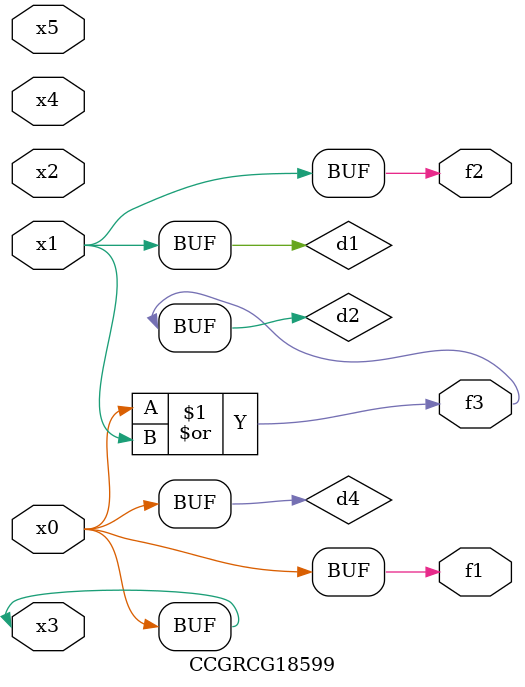
<source format=v>
module CCGRCG18599(
	input x0, x1, x2, x3, x4, x5,
	output f1, f2, f3
);

	wire d1, d2, d3, d4;

	and (d1, x1);
	or (d2, x0, x1);
	nand (d3, x0, x5);
	buf (d4, x0, x3);
	assign f1 = d4;
	assign f2 = d1;
	assign f3 = d2;
endmodule

</source>
